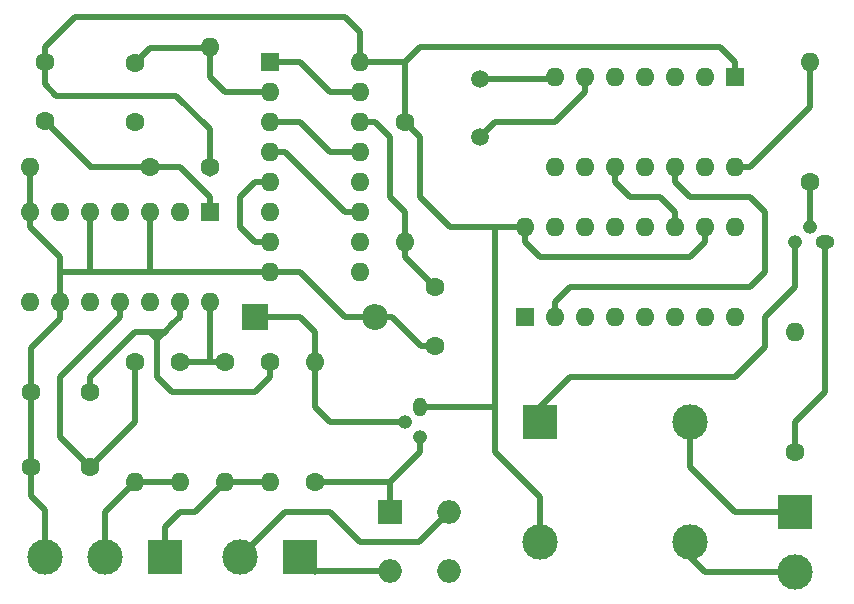
<source format=gbr>
%TF.GenerationSoftware,KiCad,Pcbnew,5.1.12-84ad8e8a86~92~ubuntu20.04.1*%
%TF.CreationDate,2022-03-12T13:00:31+01:00*%
%TF.ProjectId,DTMF 1,44544d46-2031-42e6-9b69-6361645f7063,rev?*%
%TF.SameCoordinates,Original*%
%TF.FileFunction,Copper,L1,Top*%
%TF.FilePolarity,Positive*%
%FSLAX46Y46*%
G04 Gerber Fmt 4.6, Leading zero omitted, Abs format (unit mm)*
G04 Created by KiCad (PCBNEW 5.1.12-84ad8e8a86~92~ubuntu20.04.1) date 2022-03-12 13:00:31*
%MOMM*%
%LPD*%
G01*
G04 APERTURE LIST*
%TA.AperFunction,ComponentPad*%
%ADD10O,1.600000X1.600000*%
%TD*%
%TA.AperFunction,ComponentPad*%
%ADD11R,1.600000X1.600000*%
%TD*%
%TA.AperFunction,ComponentPad*%
%ADD12O,1.200000X1.200000*%
%TD*%
%TA.AperFunction,ComponentPad*%
%ADD13O,1.600000X1.200000*%
%TD*%
%TA.AperFunction,ComponentPad*%
%ADD14C,1.500000*%
%TD*%
%TA.AperFunction,ComponentPad*%
%ADD15R,3.000000X3.000000*%
%TD*%
%TA.AperFunction,ComponentPad*%
%ADD16C,3.000000*%
%TD*%
%TA.AperFunction,ComponentPad*%
%ADD17C,1.600000*%
%TD*%
%TA.AperFunction,ComponentPad*%
%ADD18O,1.200000X1.600000*%
%TD*%
%TA.AperFunction,ComponentPad*%
%ADD19O,2.200000X2.200000*%
%TD*%
%TA.AperFunction,ComponentPad*%
%ADD20R,2.200000X2.200000*%
%TD*%
%TA.AperFunction,ComponentPad*%
%ADD21R,2.000000X2.000000*%
%TD*%
%TA.AperFunction,ComponentPad*%
%ADD22O,2.000000X2.000000*%
%TD*%
%TA.AperFunction,Conductor*%
%ADD23C,0.500000*%
%TD*%
G04 APERTURE END LIST*
D10*
%TO.P,U1,14*%
%TO.N,+VDC*%
X93980000Y-74930000D03*
%TO.P,U1,7*%
%TO.N,GND*%
X78740000Y-67310000D03*
%TO.P,U1,13*%
%TO.N,Net-(C3-Pad1)*%
X91440000Y-74930000D03*
%TO.P,U1,6*%
%TO.N,Net-(U1-Pad6)*%
X81280000Y-67310000D03*
%TO.P,U1,12*%
%TO.N,Net-(U1-Pad12)*%
X88900000Y-74930000D03*
%TO.P,U1,5*%
%TO.N,GND*%
X83820000Y-67310000D03*
%TO.P,U1,11*%
%TO.N,Net-(C2-Pad1)*%
X86360000Y-74930000D03*
%TO.P,U1,4*%
%TO.N,Net-(U1-Pad4)*%
X86360000Y-67310000D03*
%TO.P,U1,10*%
%TO.N,Net-(U1-Pad10)*%
X83820000Y-74930000D03*
%TO.P,U1,3*%
%TO.N,GND*%
X88900000Y-67310000D03*
%TO.P,U1,9*%
X81280000Y-74930000D03*
%TO.P,U1,2*%
%TO.N,Net-(U1-Pad2)*%
X91440000Y-67310000D03*
%TO.P,U1,8*%
%TO.N,Net-(U1-Pad8)*%
X78740000Y-74930000D03*
D11*
%TO.P,U1,1*%
%TO.N,Net-(C1-Pad2)*%
X93980000Y-67310000D03*
%TD*%
D12*
%TO.P,Q1,3*%
%TO.N,Net-(Q1-Pad3)*%
X143510000Y-69850000D03*
%TO.P,Q1,2*%
%TO.N,Net-(Q1-Pad2)*%
X144780000Y-68580000D03*
D13*
%TO.P,Q1,1*%
%TO.N,Net-(Q1-Pad1)*%
X146050000Y-69850000D03*
%TD*%
D10*
%TO.P,U2,16*%
%TO.N,+VDC*%
X106680000Y-54610000D03*
%TO.P,U2,8*%
%TO.N,GND*%
X99060000Y-72390000D03*
%TO.P,U2,15*%
X106680000Y-57150000D03*
%TO.P,U2,7*%
%TO.N,Net-(U2-Pad5)*%
X99060000Y-69850000D03*
%TO.P,U2,14*%
%TO.N,Net-(C6-Pad1)*%
X106680000Y-59690000D03*
%TO.P,U2,6*%
%TO.N,Net-(U2-Pad6)*%
X99060000Y-67310000D03*
%TO.P,U2,13*%
%TO.N,Net-(U1-Pad2)*%
X106680000Y-62230000D03*
%TO.P,U2,5*%
%TO.N,Net-(U2-Pad5)*%
X99060000Y-64770000D03*
%TO.P,U2,12*%
%TO.N,Net-(U2-Pad10)*%
X106680000Y-64770000D03*
%TO.P,U2,4*%
%TO.N,Net-(U1-Pad10)*%
X99060000Y-62230000D03*
%TO.P,U2,11*%
X106680000Y-67310000D03*
%TO.P,U2,3*%
%TO.N,Net-(U1-Pad2)*%
X99060000Y-59690000D03*
%TO.P,U2,10*%
%TO.N,Net-(U2-Pad10)*%
X106680000Y-69850000D03*
%TO.P,U2,2*%
%TO.N,Net-(C7-Pad2)*%
X99060000Y-57150000D03*
%TO.P,U2,9*%
%TO.N,Net-(U2-Pad9)*%
X106680000Y-72390000D03*
D11*
%TO.P,U2,1*%
%TO.N,GND*%
X99060000Y-54610000D03*
%TD*%
D14*
%TO.P,Y1,2*%
%TO.N,Net-(U4-Pad7)*%
X116840000Y-56060000D03*
%TO.P,Y1,1*%
%TO.N,Net-(U4-Pad6)*%
X116840000Y-60960000D03*
%TD*%
D10*
%TO.P,U4,14*%
%TO.N,Net-(R8-Pad2)*%
X138430000Y-63500000D03*
%TO.P,U4,7*%
%TO.N,Net-(U4-Pad7)*%
X123190000Y-55880000D03*
%TO.P,U4,13*%
%TO.N,Net-(U4-Pad13)*%
X135890000Y-63500000D03*
%TO.P,U4,6*%
%TO.N,Net-(U4-Pad6)*%
X125730000Y-55880000D03*
%TO.P,U4,12*%
%TO.N,Net-(U3-Pad2)*%
X133350000Y-63500000D03*
%TO.P,U4,5*%
%TO.N,GND*%
X128270000Y-55880000D03*
%TO.P,U4,11*%
%TO.N,Net-(U3-Pad14)*%
X130810000Y-63500000D03*
%TO.P,U4,4*%
%TO.N,Net-(U4-Pad4)*%
X130810000Y-55880000D03*
%TO.P,U4,10*%
%TO.N,Net-(U3-Pad11)*%
X128270000Y-63500000D03*
%TO.P,U4,3*%
%TO.N,Net-(U4-Pad3)*%
X133350000Y-55880000D03*
%TO.P,U4,9*%
%TO.N,Net-(U3-Pad6)*%
X125730000Y-63500000D03*
%TO.P,U4,2*%
%TO.N,Net-(U2-Pad10)*%
X135890000Y-55880000D03*
%TO.P,U4,8*%
%TO.N,Net-(U4-Pad8)*%
X123190000Y-63500000D03*
D11*
%TO.P,U4,1*%
%TO.N,+VDC*%
X138430000Y-55880000D03*
%TD*%
D10*
%TO.P,U3,16*%
%TO.N,+VDC*%
X120650000Y-68580000D03*
%TO.P,U3,8*%
%TO.N,GND*%
X138430000Y-76200000D03*
%TO.P,U3,15*%
%TO.N,Net-(U1-Pad12)*%
X123190000Y-68580000D03*
%TO.P,U3,7*%
%TO.N,Net-(U3-Pad7)*%
X135890000Y-76200000D03*
%TO.P,U3,14*%
%TO.N,Net-(U3-Pad14)*%
X125730000Y-68580000D03*
%TO.P,U3,6*%
%TO.N,Net-(U3-Pad6)*%
X133350000Y-76200000D03*
%TO.P,U3,13*%
%TO.N,Net-(U3-Pad13)*%
X128270000Y-68580000D03*
%TO.P,U3,5*%
%TO.N,GND*%
X130810000Y-76200000D03*
%TO.P,U3,12*%
%TO.N,Net-(U3-Pad12)*%
X130810000Y-68580000D03*
%TO.P,U3,4*%
%TO.N,Net-(U3-Pad4)*%
X128270000Y-76200000D03*
%TO.P,U3,11*%
%TO.N,Net-(U3-Pad11)*%
X133350000Y-68580000D03*
%TO.P,U3,3*%
%TO.N,Net-(U3-Pad3)*%
X125730000Y-76200000D03*
%TO.P,U3,10*%
%TO.N,+VDC*%
X135890000Y-68580000D03*
%TO.P,U3,2*%
%TO.N,Net-(U3-Pad2)*%
X123190000Y-76200000D03*
%TO.P,U3,9*%
%TO.N,Net-(U2-Pad6)*%
X138430000Y-68580000D03*
D11*
%TO.P,U3,1*%
%TO.N,GND*%
X120650000Y-76200000D03*
%TD*%
D15*
%TO.P,T1,1*%
%TO.N,Net-(Q1-Pad3)*%
X121920000Y-85090000D03*
D16*
%TO.P,T1,3*%
%TO.N,+VDC*%
X121920000Y-95250000D03*
%TO.P,T1,6*%
%TO.N,Net-(J3-Pad1)*%
X134620000Y-85090000D03*
%TO.P,T1,4*%
%TO.N,Net-(J3-Pad2)*%
X134620000Y-95250000D03*
%TD*%
D10*
%TO.P,R10,2*%
%TO.N,Net-(D2-Pad1)*%
X102870000Y-80010000D03*
D17*
%TO.P,R10,1*%
%TO.N,Net-(D1-Pad1)*%
X102870000Y-90170000D03*
%TD*%
D10*
%TO.P,R9,2*%
%TO.N,GND*%
X143510000Y-77470000D03*
D17*
%TO.P,R9,1*%
%TO.N,Net-(Q1-Pad1)*%
X143510000Y-87630000D03*
%TD*%
D10*
%TO.P,R8,2*%
%TO.N,Net-(R8-Pad2)*%
X144780000Y-54610000D03*
D17*
%TO.P,R8,1*%
%TO.N,Net-(Q1-Pad2)*%
X144780000Y-64770000D03*
%TD*%
D10*
%TO.P,R7,2*%
%TO.N,Net-(C7-Pad2)*%
X93980000Y-53340000D03*
D17*
%TO.P,R7,1*%
%TO.N,+VDC*%
X93980000Y-63500000D03*
%TD*%
D10*
%TO.P,R6,2*%
%TO.N,Net-(C6-Pad1)*%
X110490000Y-69850000D03*
D17*
%TO.P,R6,1*%
%TO.N,+VDC*%
X110490000Y-59690000D03*
%TD*%
D10*
%TO.P,R5,2*%
%TO.N,Net-(J1-Pad1)*%
X99060000Y-90170000D03*
D17*
%TO.P,R5,1*%
%TO.N,Net-(C3-Pad1)*%
X99060000Y-80010000D03*
%TD*%
D10*
%TO.P,R4,2*%
%TO.N,Net-(J1-Pad1)*%
X95250000Y-90170000D03*
D17*
%TO.P,R4,1*%
%TO.N,+VDC*%
X95250000Y-80010000D03*
%TD*%
D10*
%TO.P,R3,2*%
%TO.N,Net-(J1-Pad2)*%
X87630000Y-90170000D03*
D17*
%TO.P,R3,1*%
%TO.N,Net-(C2-Pad1)*%
X87630000Y-80010000D03*
%TD*%
D10*
%TO.P,R2,2*%
%TO.N,Net-(J1-Pad2)*%
X91440000Y-90170000D03*
D17*
%TO.P,R2,1*%
%TO.N,+VDC*%
X91440000Y-80010000D03*
%TD*%
D10*
%TO.P,R1,2*%
%TO.N,GND*%
X78740000Y-63500000D03*
D17*
%TO.P,R1,1*%
%TO.N,Net-(C1-Pad2)*%
X88900000Y-63500000D03*
%TD*%
D12*
%TO.P,Q2,3*%
%TO.N,Net-(D1-Pad1)*%
X111760000Y-86360000D03*
%TO.P,Q2,2*%
%TO.N,Net-(D2-Pad1)*%
X110490000Y-85090000D03*
D18*
%TO.P,Q2,1*%
%TO.N,+VDC*%
X111760000Y-83820000D03*
%TD*%
D16*
%TO.P,J3,2*%
%TO.N,Net-(J3-Pad2)*%
X143510000Y-97790000D03*
D15*
%TO.P,J3,1*%
%TO.N,Net-(J3-Pad1)*%
X143510000Y-92710000D03*
%TD*%
D16*
%TO.P,J2,2*%
%TO.N,Net-(D1-Pad4)*%
X96520000Y-96520000D03*
D15*
%TO.P,J2,1*%
%TO.N,Net-(D1-Pad2)*%
X101600000Y-96520000D03*
%TD*%
%TO.P,J1,1*%
%TO.N,Net-(J1-Pad1)*%
X90170000Y-96520000D03*
D16*
%TO.P,J1,2*%
%TO.N,Net-(J1-Pad2)*%
X85090000Y-96520000D03*
%TO.P,J1,3*%
%TO.N,GND*%
X80010000Y-96520000D03*
%TD*%
D19*
%TO.P,D2,2*%
%TO.N,GND*%
X107950000Y-76200000D03*
D20*
%TO.P,D2,1*%
%TO.N,Net-(D2-Pad1)*%
X97790000Y-76200000D03*
%TD*%
D21*
%TO.P,D1,1*%
%TO.N,Net-(D1-Pad1)*%
X109220000Y-92710000D03*
D22*
%TO.P,D1,3*%
%TO.N,GND*%
X114220000Y-97710000D03*
%TO.P,D1,2*%
%TO.N,Net-(D1-Pad2)*%
X109220000Y-97710000D03*
%TO.P,D1,4*%
%TO.N,Net-(D1-Pad4)*%
X114220000Y-92710000D03*
%TD*%
D17*
%TO.P,C7,2*%
%TO.N,Net-(C7-Pad2)*%
X87630000Y-54690000D03*
%TO.P,C7,1*%
%TO.N,GND*%
X87630000Y-59690000D03*
%TD*%
%TO.P,C6,2*%
%TO.N,GND*%
X113030000Y-78660000D03*
%TO.P,C6,1*%
%TO.N,Net-(C6-Pad1)*%
X113030000Y-73660000D03*
%TD*%
%TO.P,C3,2*%
%TO.N,GND*%
X78820000Y-82550000D03*
%TO.P,C3,1*%
%TO.N,Net-(C3-Pad1)*%
X83820000Y-82550000D03*
%TD*%
%TO.P,C2,2*%
%TO.N,GND*%
X78820000Y-88900000D03*
%TO.P,C2,1*%
%TO.N,Net-(C2-Pad1)*%
X83820000Y-88900000D03*
%TD*%
%TO.P,C1,2*%
%TO.N,Net-(C1-Pad2)*%
X80010000Y-59610000D03*
%TO.P,C1,1*%
%TO.N,+VDC*%
X80010000Y-54610000D03*
%TD*%
D23*
%TO.N,Net-(C1-Pad2)*%
X93980000Y-66040000D02*
X93980000Y-67310000D01*
X93980000Y-66040000D02*
X91440000Y-63500000D01*
X91440000Y-63500000D02*
X88900000Y-63500000D01*
X83820000Y-63420000D02*
X83820000Y-63500000D01*
X80010000Y-59610000D02*
X83820000Y-63420000D01*
X88900000Y-63500000D02*
X83820000Y-63500000D01*
%TO.N,+VDC*%
X121920000Y-95250000D02*
X121920000Y-91440000D01*
X121920000Y-91440000D02*
X118110000Y-87630000D01*
X118110000Y-68580000D02*
X120650000Y-68580000D01*
X135890000Y-68580000D02*
X135890000Y-69850000D01*
X135890000Y-69850000D02*
X134620000Y-71120000D01*
X134620000Y-71120000D02*
X121920000Y-71120000D01*
X121920000Y-71120000D02*
X120650000Y-69850000D01*
X120650000Y-69850000D02*
X120650000Y-68580000D01*
X93980000Y-64135000D02*
X93980000Y-63500000D01*
X80010000Y-56515000D02*
X80010000Y-54610000D01*
X91122500Y-57467500D02*
X80962500Y-57467500D01*
X80962500Y-57467500D02*
X80010000Y-56515000D01*
X93980000Y-60325000D02*
X91122500Y-57467500D01*
X93980000Y-63500000D02*
X93980000Y-60325000D01*
X118110000Y-83820000D02*
X118110000Y-68580000D01*
X118110000Y-87630000D02*
X118110000Y-83820000D01*
X93980000Y-77470000D02*
X93980000Y-74930000D01*
X111760000Y-83820000D02*
X118110000Y-83820000D01*
X80010000Y-54610000D02*
X80010000Y-53340000D01*
X80010000Y-53340000D02*
X82550000Y-50800000D01*
X106680000Y-52070000D02*
X105410000Y-50800000D01*
X82550000Y-50800000D02*
X105410000Y-50800000D01*
X106680000Y-52070000D02*
X106680000Y-54610000D01*
X110490000Y-55880000D02*
X110490000Y-59690000D01*
X110490000Y-59690000D02*
X111760000Y-60960000D01*
X111760000Y-60960000D02*
X111760000Y-66040000D01*
X111760000Y-66040000D02*
X114300000Y-68580000D01*
X114300000Y-68580000D02*
X118110000Y-68580000D01*
X110490000Y-55880000D02*
X110490000Y-54610000D01*
X106680000Y-54610000D02*
X110490000Y-54610000D01*
X93980000Y-77470000D02*
X93980000Y-80010000D01*
X93980000Y-80010000D02*
X95250000Y-80010000D01*
X91440000Y-80010000D02*
X93980000Y-80010000D01*
X111760000Y-53340000D02*
X110490000Y-54610000D01*
X137160000Y-53340000D02*
X111760000Y-53340000D01*
X138430000Y-54610000D02*
X137160000Y-53340000D01*
X138430000Y-55880000D02*
X138430000Y-54610000D01*
%TO.N,GND*%
X78820000Y-91360000D02*
X80010000Y-92550000D01*
X80010000Y-92550000D02*
X80010000Y-96520000D01*
X78820000Y-88900000D02*
X78820000Y-91360000D01*
X78820000Y-82550000D02*
X78820000Y-88900000D01*
X78820000Y-82550000D02*
X78820000Y-78820000D01*
X81280000Y-76360000D02*
X81280000Y-74930000D01*
X78820000Y-78820000D02*
X81280000Y-76360000D01*
X78740000Y-68580000D02*
X78740000Y-67310000D01*
X80010000Y-69850000D02*
X78740000Y-68580000D01*
X78740000Y-67310000D02*
X78740000Y-63500000D01*
X81280000Y-74930000D02*
X81280000Y-72390000D01*
X88900000Y-67310000D02*
X88900000Y-72390000D01*
X88900000Y-72390000D02*
X81280000Y-72390000D01*
X99060000Y-72390000D02*
X88900000Y-72390000D01*
X83820000Y-67310000D02*
X83820000Y-72390000D01*
X80010000Y-69850000D02*
X81280000Y-71120000D01*
X81280000Y-72390000D02*
X81280000Y-71120000D01*
X99060000Y-54610000D02*
X101600000Y-54610000D01*
X101600000Y-54610000D02*
X104140000Y-57150000D01*
X104140000Y-57150000D02*
X106680000Y-57150000D01*
X113030000Y-78660000D02*
X111840000Y-78660000D01*
X111840000Y-78660000D02*
X109380000Y-76200000D01*
X109380000Y-76200000D02*
X107950000Y-76200000D01*
X99060000Y-72390000D02*
X101600000Y-72390000D01*
X101600000Y-72390000D02*
X105410000Y-76200000D01*
X105410000Y-76200000D02*
X107950000Y-76200000D01*
%TO.N,Net-(C2-Pad1)*%
X81280000Y-86360000D02*
X83820000Y-88900000D01*
X86360000Y-74930000D02*
X86360000Y-76200000D01*
X86360000Y-76200000D02*
X81280000Y-81280000D01*
X81280000Y-81280000D02*
X81280000Y-86360000D01*
X87630000Y-80010000D02*
X87630000Y-85090000D01*
X87630000Y-85090000D02*
X83820000Y-88900000D01*
%TO.N,Net-(C3-Pad1)*%
X91440000Y-76200000D02*
X90805000Y-76835000D01*
X91440000Y-74930000D02*
X91440000Y-76200000D01*
X99060000Y-80010000D02*
X99060000Y-81280000D01*
X99060000Y-81280000D02*
X97790000Y-82550000D01*
X97790000Y-82550000D02*
X90805000Y-82550000D01*
X90805000Y-82550000D02*
X89535000Y-81280000D01*
X90805000Y-76835000D02*
X90170000Y-77470000D01*
X90170000Y-77470000D02*
X87630000Y-77470000D01*
X89535000Y-78105000D02*
X90170000Y-77470000D01*
X89535000Y-81280000D02*
X89535000Y-78105000D01*
X87630000Y-77470000D02*
X83820000Y-81280000D01*
X83820000Y-81280000D02*
X83820000Y-82550000D01*
X89535000Y-78105000D02*
X88900000Y-77470000D01*
%TO.N,Net-(C6-Pad1)*%
X110490000Y-67310000D02*
X110490000Y-69850000D01*
X109220000Y-66040000D02*
X110490000Y-67310000D01*
X109220000Y-60960000D02*
X109220000Y-66040000D01*
X107950000Y-59690000D02*
X109220000Y-60960000D01*
X106680000Y-59690000D02*
X107950000Y-59690000D01*
X110490000Y-69850000D02*
X110490000Y-71120000D01*
X110490000Y-71120000D02*
X113030000Y-73660000D01*
%TO.N,Net-(C7-Pad2)*%
X87630000Y-54690000D02*
X88900000Y-53420000D01*
X93900000Y-53420000D02*
X93980000Y-53340000D01*
X88900000Y-53420000D02*
X93900000Y-53420000D01*
X99060000Y-57150000D02*
X95250000Y-57150000D01*
X95250000Y-57150000D02*
X93980000Y-55880000D01*
X93980000Y-55880000D02*
X93980000Y-53340000D01*
%TO.N,Net-(D1-Pad1)*%
X109220000Y-92710000D02*
X109220000Y-90170000D01*
X109220000Y-90170000D02*
X110490000Y-88900000D01*
X111760000Y-86360000D02*
X111760000Y-87630000D01*
X111760000Y-87630000D02*
X110490000Y-88900000D01*
X109220000Y-90170000D02*
X102870000Y-90170000D01*
%TO.N,Net-(D1-Pad2)*%
X101760000Y-96520000D02*
X101600000Y-96520000D01*
X101600000Y-96520000D02*
X102870000Y-97790000D01*
X102950000Y-97710000D02*
X109220000Y-97710000D01*
X102870000Y-97790000D02*
X102950000Y-97710000D01*
%TO.N,Net-(D1-Pad4)*%
X106680000Y-95250000D02*
X111680000Y-95250000D01*
X111680000Y-95250000D02*
X114220000Y-92710000D01*
X96520000Y-96520000D02*
X100330000Y-92710000D01*
X100330000Y-92710000D02*
X104140000Y-92710000D01*
X104140000Y-92710000D02*
X106680000Y-95250000D01*
%TO.N,Net-(D2-Pad1)*%
X99060000Y-76200000D02*
X97790000Y-76200000D01*
X102870000Y-83820000D02*
X102870000Y-80010000D01*
X104140000Y-85090000D02*
X102870000Y-83820000D01*
X110490000Y-85090000D02*
X104140000Y-85090000D01*
X102870000Y-80010000D02*
X102870000Y-77470000D01*
X102870000Y-77470000D02*
X101600000Y-76200000D01*
X101600000Y-76200000D02*
X97790000Y-76200000D01*
%TO.N,Net-(J1-Pad2)*%
X91440000Y-90170000D02*
X87630000Y-90170000D01*
X85090000Y-96520000D02*
X85090000Y-92710000D01*
X85090000Y-92710000D02*
X87630000Y-90170000D01*
%TO.N,Net-(J1-Pad1)*%
X90170000Y-96520000D02*
X90170000Y-93980000D01*
X90170000Y-93980000D02*
X91440000Y-92710000D01*
X95250000Y-90170000D02*
X92710000Y-92710000D01*
X92710000Y-92710000D02*
X91440000Y-92710000D01*
X95250000Y-90170000D02*
X99060000Y-90170000D01*
%TO.N,Net-(J3-Pad2)*%
X134620000Y-95250000D02*
X134620000Y-96520000D01*
X135890000Y-97790000D02*
X143510000Y-97790000D01*
X134620000Y-96520000D02*
X135890000Y-97790000D01*
%TO.N,Net-(J3-Pad1)*%
X134620000Y-85090000D02*
X134620000Y-88900000D01*
X134620000Y-88900000D02*
X138430000Y-92710000D01*
X138430000Y-92710000D02*
X143510000Y-92710000D01*
%TO.N,Net-(Q1-Pad3)*%
X121920000Y-85090000D02*
X121920000Y-83820000D01*
X121920000Y-83820000D02*
X124460000Y-81280000D01*
X124460000Y-81280000D02*
X138430000Y-81280000D01*
X138430000Y-81280000D02*
X140970000Y-78740000D01*
X140970000Y-78740000D02*
X140970000Y-76200000D01*
X140970000Y-76200000D02*
X143510000Y-73660000D01*
X143510000Y-73660000D02*
X143510000Y-69850000D01*
%TO.N,Net-(Q1-Pad2)*%
X144780000Y-68580000D02*
X144780000Y-64770000D01*
%TO.N,Net-(Q1-Pad1)*%
X143510000Y-87630000D02*
X143510000Y-85090000D01*
X143510000Y-85090000D02*
X146050000Y-82550000D01*
X146050000Y-82550000D02*
X146050000Y-69850000D01*
%TO.N,Net-(R8-Pad2)*%
X138430000Y-63500000D02*
X139700000Y-63500000D01*
X139700000Y-63500000D02*
X144780000Y-58420000D01*
X144780000Y-58420000D02*
X144780000Y-54610000D01*
%TO.N,Net-(U1-Pad10)*%
X100330000Y-62230000D02*
X99060000Y-62230000D01*
X105410000Y-67310000D02*
X100330000Y-62230000D01*
X106680000Y-67310000D02*
X105410000Y-67310000D01*
%TO.N,Net-(U1-Pad2)*%
X99060000Y-59690000D02*
X101600000Y-59690000D01*
X101600000Y-59690000D02*
X104140000Y-62230000D01*
X104140000Y-62230000D02*
X106680000Y-62230000D01*
%TO.N,Net-(U2-Pad5)*%
X99060000Y-69850000D02*
X99140000Y-69930000D01*
X99060000Y-69850000D02*
X97790000Y-69850000D01*
X97790000Y-69850000D02*
X96520000Y-68580000D01*
X96520000Y-66040000D02*
X97790000Y-64770000D01*
X97790000Y-64770000D02*
X99060000Y-64770000D01*
X96520000Y-68580000D02*
X96520000Y-66040000D01*
%TO.N,Net-(U3-Pad11)*%
X132080000Y-66040000D02*
X133350000Y-67310000D01*
X133350000Y-67310000D02*
X133350000Y-68580000D01*
X132080000Y-66040000D02*
X129540000Y-66040000D01*
X129540000Y-66040000D02*
X128270000Y-64770000D01*
X128270000Y-64770000D02*
X128270000Y-63500000D01*
%TO.N,Net-(U3-Pad2)*%
X140970000Y-67310000D02*
X139700000Y-66040000D01*
X140970000Y-67310000D02*
X140970000Y-72390000D01*
X140970000Y-72390000D02*
X139700000Y-73660000D01*
X139700000Y-73660000D02*
X124460000Y-73660000D01*
X124460000Y-73660000D02*
X123190000Y-74930000D01*
X123190000Y-74930000D02*
X123190000Y-76200000D01*
X139700000Y-66040000D02*
X134620000Y-66040000D01*
X134620000Y-66040000D02*
X133350000Y-64770000D01*
X133350000Y-64770000D02*
X133350000Y-63500000D01*
%TO.N,Net-(U4-Pad7)*%
X123010000Y-56060000D02*
X123190000Y-55880000D01*
X116840000Y-56060000D02*
X123010000Y-56060000D01*
%TO.N,Net-(U4-Pad6)*%
X116840000Y-60960000D02*
X118110000Y-59690000D01*
X118110000Y-59690000D02*
X123190000Y-59690000D01*
X125730000Y-55880000D02*
X125730000Y-57150000D01*
X125730000Y-57150000D02*
X123190000Y-59690000D01*
%TD*%
M02*

</source>
